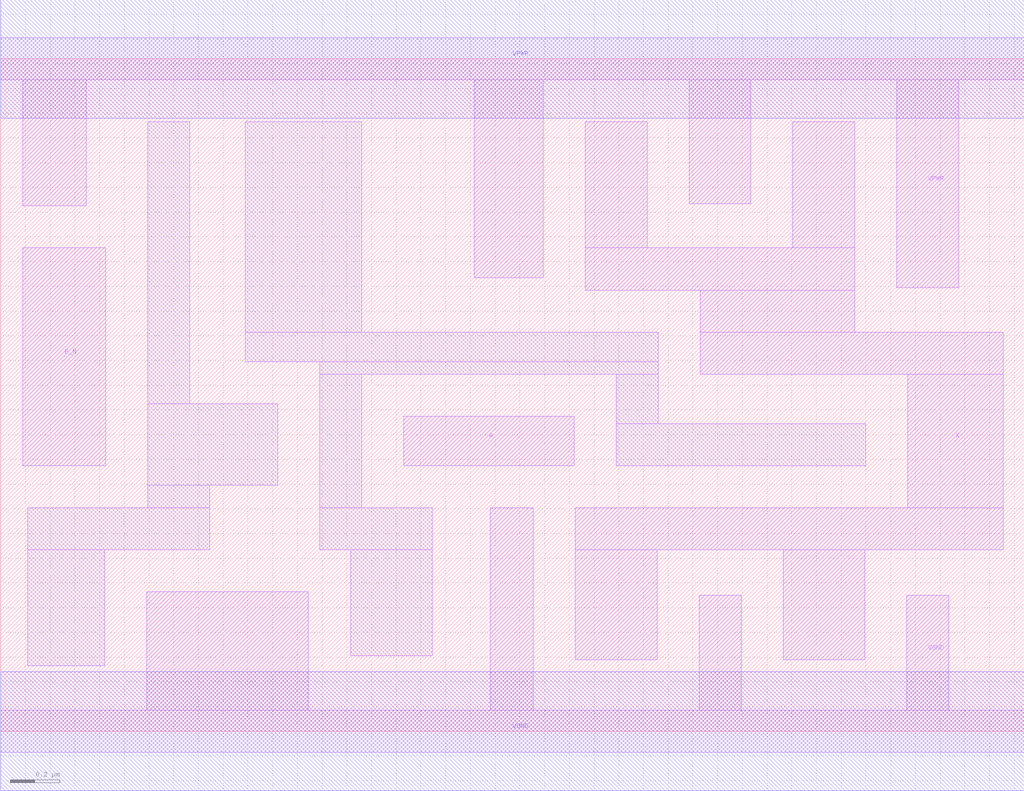
<source format=lef>
# Copyright 2020 The SkyWater PDK Authors
#
# Licensed under the Apache License, Version 2.0 (the "License");
# you may not use this file except in compliance with the License.
# You may obtain a copy of the License at
#
#     https://www.apache.org/licenses/LICENSE-2.0
#
# Unless required by applicable law or agreed to in writing, software
# distributed under the License is distributed on an "AS IS" BASIS,
# WITHOUT WARRANTIES OR CONDITIONS OF ANY KIND, either express or implied.
# See the License for the specific language governing permissions and
# limitations under the License.
#
# SPDX-License-Identifier: Apache-2.0

VERSION 5.5 ;
NAMESCASESENSITIVE ON ;
BUSBITCHARS "[]" ;
DIVIDERCHAR "/" ;
MACRO sky130_fd_sc_hd__or2b_4
  CLASS CORE ;
  SOURCE USER ;
  ORIGIN  0.000000  0.000000 ;
  SIZE  4.140000 BY  2.720000 ;
  SYMMETRY X Y R90 ;
  SITE unithd ;
  PIN A
    ANTENNAGATEAREA  0.247500 ;
    DIRECTION INPUT ;
    USE SIGNAL ;
    PORT
      LAYER li1 ;
        RECT 1.630000 1.075000 2.320000 1.275000 ;
    END
  END A
  PIN B_N
    ANTENNAGATEAREA  0.126000 ;
    DIRECTION INPUT ;
    USE SIGNAL ;
    PORT
      LAYER li1 ;
        RECT 0.090000 1.075000 0.425000 1.955000 ;
    END
  END B_N
  PIN X
    ANTENNADIFFAREA  0.891000 ;
    DIRECTION OUTPUT ;
    USE SIGNAL ;
    PORT
      LAYER li1 ;
        RECT 2.325000 0.290000 2.655000 0.735000 ;
        RECT 2.325000 0.735000 4.055000 0.905000 ;
        RECT 2.365000 1.785000 3.455000 1.955000 ;
        RECT 2.365000 1.955000 2.615000 2.465000 ;
        RECT 2.830000 1.445000 4.055000 1.615000 ;
        RECT 2.830000 1.615000 3.455000 1.785000 ;
        RECT 3.165000 0.290000 3.495000 0.735000 ;
        RECT 3.205000 1.955000 3.455000 2.465000 ;
        RECT 3.670000 0.905000 4.055000 1.445000 ;
    END
  END X
  PIN VGND
    DIRECTION INOUT ;
    SHAPE ABUTMENT ;
    USE GROUND ;
    PORT
      LAYER li1 ;
        RECT 0.000000 -0.085000 4.140000 0.085000 ;
        RECT 0.590000  0.085000 1.245000 0.565000 ;
        RECT 1.980000  0.085000 2.155000 0.905000 ;
        RECT 2.825000  0.085000 2.995000 0.550000 ;
        RECT 3.665000  0.085000 3.835000 0.550000 ;
    END
    PORT
      LAYER met1 ;
        RECT 0.000000 -0.240000 4.140000 0.240000 ;
    END
  END VGND
  PIN VNB
    DIRECTION INOUT ;
    USE GROUND ;
    PORT
    END
  END VNB
  PIN VPB
    DIRECTION INOUT ;
    USE POWER ;
    PORT
    END
  END VPB
  PIN VPWR
    DIRECTION INOUT ;
    SHAPE ABUTMENT ;
    USE POWER ;
    PORT
      LAYER li1 ;
        RECT 0.000000 2.635000 4.140000 2.805000 ;
        RECT 0.090000 2.125000 0.345000 2.635000 ;
        RECT 1.915000 1.835000 2.195000 2.635000 ;
        RECT 2.785000 2.135000 3.035000 2.635000 ;
        RECT 3.625000 1.795000 3.875000 2.635000 ;
    END
    PORT
      LAYER met1 ;
        RECT 0.000000 2.480000 4.140000 2.960000 ;
    END
  END VPWR
  OBS
    LAYER li1 ;
      RECT 0.110000 0.265000 0.420000 0.735000 ;
      RECT 0.110000 0.735000 0.845000 0.905000 ;
      RECT 0.595000 0.905000 0.845000 0.995000 ;
      RECT 0.595000 0.995000 1.120000 1.325000 ;
      RECT 0.595000 1.325000 0.765000 2.465000 ;
      RECT 0.990000 1.495000 2.660000 1.615000 ;
      RECT 0.990000 1.615000 1.460000 2.465000 ;
      RECT 1.290000 0.735000 1.745000 0.905000 ;
      RECT 1.290000 0.905000 1.460000 1.445000 ;
      RECT 1.290000 1.445000 2.660000 1.495000 ;
      RECT 1.415000 0.305000 1.745000 0.735000 ;
      RECT 2.490000 1.075000 3.500000 1.245000 ;
      RECT 2.490000 1.245000 2.660000 1.445000 ;
  END
END sky130_fd_sc_hd__or2b_4
END LIBRARY

</source>
